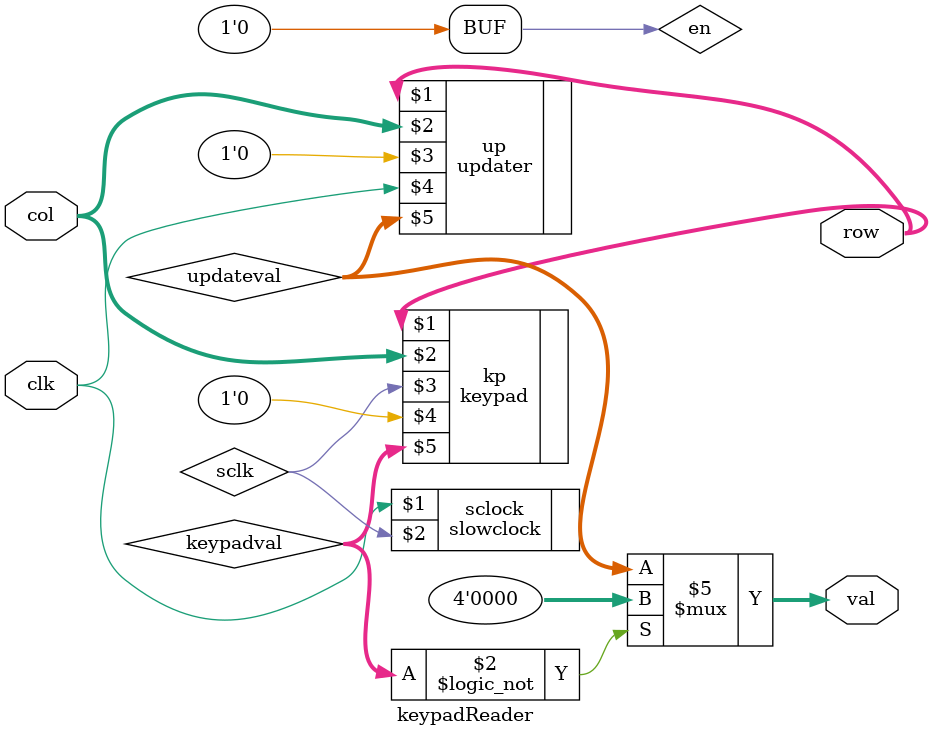
<source format=sv>
 module keypadReader(input logic clk,
					      //jbai output logic [6:0] seg,
					      //jbai output logic use_left,
					      //jbai output logic use_right,
					      output logic [3:0] row,
					      input logic [3:0] col,
							output logic [3:0] val //jbai
					      //jbai output logic [7:0] led
);
	//logic [3:0] s_right = 0;//jbai , s_left = 0;
	logic sclk, en = 0;
	slowclock sclock(clk, sclk);
	keypad kp(row, col, sclk, en, keypadval); //jbai
	
	logic [3:0] keypadval;
	logic [3:0] updateval;
	
	updater up(row, col, en, clk, updateval); //jbai
	
	always_comb begin
	  if (keypadval == 4'b0000) val = 4'd0;
	  else val = updateval;
	end
	
	//jbai display_two dt(s_right, s_left, clk, seg, use_left, use_right);
	
endmodule

</source>
